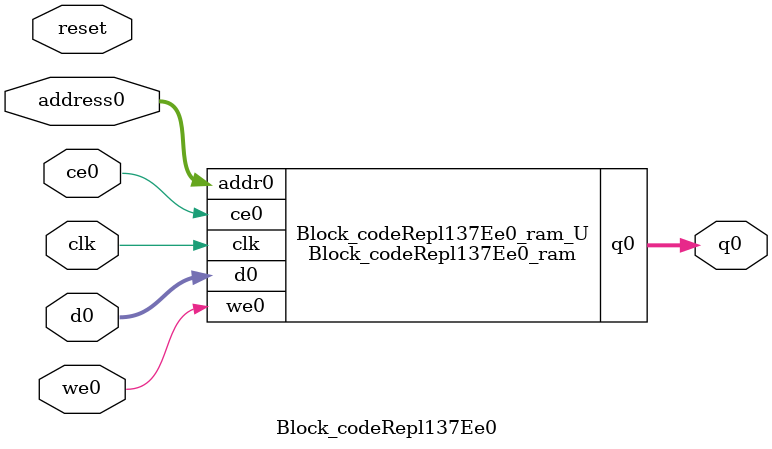
<source format=v>
`timescale 1 ns / 1 ps
module Block_codeRepl137Ee0_ram (addr0, ce0, d0, we0, q0,  clk);

parameter DWIDTH = 5;
parameter AWIDTH = 12;
parameter MEM_SIZE = 3444;

input[AWIDTH-1:0] addr0;
input ce0;
input[DWIDTH-1:0] d0;
input we0;
output reg[DWIDTH-1:0] q0;
input clk;

(* ram_style = "block" *)reg [DWIDTH-1:0] ram[0:MEM_SIZE-1];




always @(posedge clk)  
begin 
    if (ce0) begin
        if (we0) 
            ram[addr0] <= d0; 
        q0 <= ram[addr0];
    end
end


endmodule

`timescale 1 ns / 1 ps
module Block_codeRepl137Ee0(
    reset,
    clk,
    address0,
    ce0,
    we0,
    d0,
    q0);

parameter DataWidth = 32'd5;
parameter AddressRange = 32'd3444;
parameter AddressWidth = 32'd12;
input reset;
input clk;
input[AddressWidth - 1:0] address0;
input ce0;
input we0;
input[DataWidth - 1:0] d0;
output[DataWidth - 1:0] q0;



Block_codeRepl137Ee0_ram Block_codeRepl137Ee0_ram_U(
    .clk( clk ),
    .addr0( address0 ),
    .ce0( ce0 ),
    .we0( we0 ),
    .d0( d0 ),
    .q0( q0 ));

endmodule


</source>
